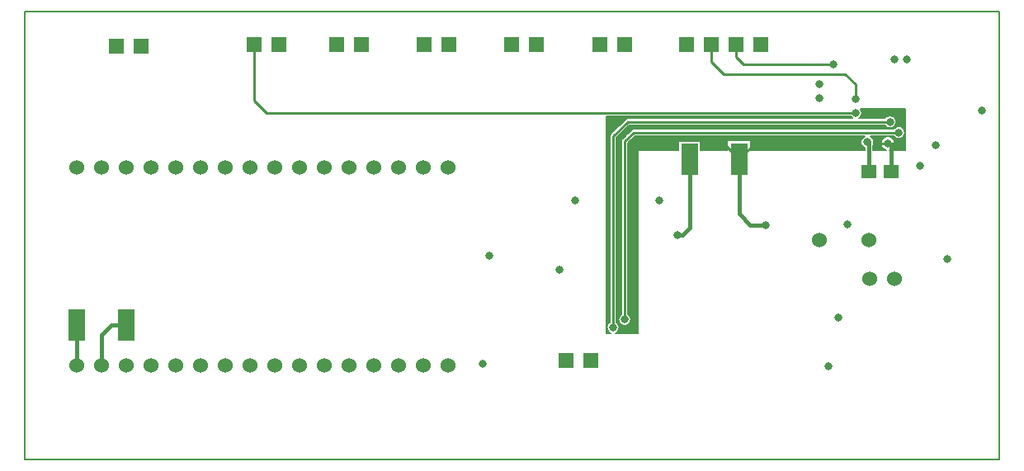
<source format=gbr>
%FSLAX23Y23*%
%MOIN*%
G04 EasyPC Gerber Version 12.0.1 Build 2704 *
%ADD103R,0.07000X0.12600*%
%ADD101R,0.06000X0.06000*%
%ADD12C,0.00500*%
%ADD13C,0.01000*%
%ADD106C,0.01500*%
%ADD105C,0.03189*%
%ADD22C,0.03200*%
%ADD97C,0.06000*%
%ADD98R,0.06000X0.05500*%
X0Y0D02*
D02*
D12*
X3979Y3D02*
X44D01*
Y1811*
X3979*
Y3*
X3537Y1252D02*
X3545Y1256D01*
X3552Y1262*
X3557Y1270*
X3558Y1280*
X3557Y1288*
X3553Y1296*
X3547Y1303*
X3539Y1307*
X3530Y1308*
X3521Y1307*
X3513Y1303*
X3507Y1296*
X3503Y1288*
X3501Y1280*
X3503Y1270*
X3507Y1262*
X3514Y1256*
X3523Y1252*
X3470*
Y1268*
X3473Y1276*
X3474Y1283*
X3473Y1291*
X3470Y1298*
X3464Y1304*
X3458Y1308*
X3552*
X3558Y1303*
X3565Y1299*
X3573Y1297*
X3581Y1299*
X3588Y1302*
X3594Y1308*
X3597Y1315*
X3599Y1323*
X3597Y1331*
X3594Y1338*
X3588Y1344*
X3581Y1347*
X3573Y1348*
X3565Y1347*
X3558Y1343*
X3552Y1337*
X2502*
X2497Y1336*
X2492Y1333*
X2457Y1298*
X2453Y1293*
X2452Y1287*
Y588*
X2447Y582*
X2443Y575*
X2441Y567*
X2443Y558*
X2447Y551*
X2454Y545*
X2462Y542*
X2471*
X2480Y545*
X2486Y551*
X2491Y558*
X2492Y567*
X2491Y575*
X2487Y582*
X2481Y588*
Y1281*
X2508Y1308*
X3437*
X3429Y1304*
X3424Y1297*
X3421Y1289*
X3420Y1280*
X3423Y1271*
X3428Y1264*
X3436Y1259*
Y1252*
X2976*
Y1291*
X2881*
Y1252*
X2773*
Y1288*
X2684*
Y1252*
X2518*
Y512*
X2429*
X2436Y516*
X2441Y522*
X2444Y529*
X2445Y537*
X2444Y544*
X2440Y551*
X2434Y556*
Y1302*
X2484Y1352*
X3517*
X3522Y1346*
X3529Y1342*
X3537Y1341*
X3545Y1342*
X3553Y1346*
X3558Y1351*
X3562Y1358*
X3563Y1366*
X3562Y1374*
X3558Y1381*
X3553Y1387*
X3545Y1391*
X3537Y1392*
X3529Y1390*
X3522Y1387*
X3517Y1381*
X3414*
X3420Y1386*
X3424Y1394*
X3425Y1402*
X3424Y1410*
X3420Y1417*
X3601*
Y1252*
X3537*
X2518Y514D02*
X2433D01*
X2518Y517D02*
X2437D01*
X2518Y520D02*
X2440D01*
X2518Y523D02*
X2442D01*
X2518Y526D02*
X2443D01*
X2518Y529D02*
X2444D01*
X2518Y532D02*
X2445D01*
X2518Y535D02*
X2445D01*
X2518Y538D02*
X2445D01*
X2518Y541D02*
X2444D01*
X2518Y544D02*
X2478D01*
X2456D02*
X2444D01*
X2518Y547D02*
X2483D01*
X2451D02*
X2442D01*
X2518Y550D02*
X2486D01*
X2448D02*
X2441D01*
X2518Y553D02*
X2488D01*
X2446D02*
X2438D01*
X2518Y556D02*
X2490D01*
X2444D02*
X2435D01*
X2518Y559D02*
X2491D01*
X2443D02*
X2434D01*
X2518Y562D02*
X2492D01*
X2442D02*
X2434D01*
X2518Y565D02*
X2492D01*
X2442D02*
X2434D01*
X2518Y568D02*
X2492D01*
X2441D02*
X2434D01*
X2518Y571D02*
X2492D01*
X2442D02*
X2434D01*
X2518Y574D02*
X2491D01*
X2442D02*
X2434D01*
X2518Y577D02*
X2490D01*
X2443D02*
X2434D01*
X2518Y580D02*
X2489D01*
X2445D02*
X2434D01*
X2518Y583D02*
X2487D01*
X2447D02*
X2434D01*
X2518Y586D02*
X2484D01*
X2450D02*
X2434D01*
X2518Y589D02*
X2481D01*
X2452D02*
X2434D01*
X2518Y592D02*
X2481D01*
X2452D02*
X2434D01*
X2518Y595D02*
X2481D01*
X2452D02*
X2434D01*
X2518Y598D02*
X2481D01*
X2452D02*
X2434D01*
X2518Y601D02*
X2481D01*
X2452D02*
X2434D01*
X2518Y604D02*
X2481D01*
X2452D02*
X2434D01*
X2518Y607D02*
X2481D01*
X2452D02*
X2434D01*
X2518Y610D02*
X2481D01*
X2452D02*
X2434D01*
X2518Y613D02*
X2481D01*
X2452D02*
X2434D01*
X2518Y616D02*
X2481D01*
X2452D02*
X2434D01*
X2518Y619D02*
X2481D01*
X2452D02*
X2434D01*
X2518Y622D02*
X2481D01*
X2452D02*
X2434D01*
X2518Y625D02*
X2481D01*
X2452D02*
X2434D01*
X2518Y628D02*
X2481D01*
X2452D02*
X2434D01*
X2518Y631D02*
X2481D01*
X2452D02*
X2434D01*
X2518Y634D02*
X2481D01*
X2452D02*
X2434D01*
X2518Y637D02*
X2481D01*
X2452D02*
X2434D01*
X2518Y640D02*
X2481D01*
X2452D02*
X2434D01*
X2518Y643D02*
X2481D01*
X2452D02*
X2434D01*
X2518Y646D02*
X2481D01*
X2452D02*
X2434D01*
X2518Y649D02*
X2481D01*
X2452D02*
X2434D01*
X2518Y652D02*
X2481D01*
X2452D02*
X2434D01*
X2518Y655D02*
X2481D01*
X2452D02*
X2434D01*
X2518Y658D02*
X2481D01*
X2452D02*
X2434D01*
X2518Y661D02*
X2481D01*
X2452D02*
X2434D01*
X2518Y664D02*
X2481D01*
X2452D02*
X2434D01*
X2518Y667D02*
X2481D01*
X2452D02*
X2434D01*
X2518Y670D02*
X2481D01*
X2452D02*
X2434D01*
X2518Y673D02*
X2481D01*
X2452D02*
X2434D01*
X2518Y676D02*
X2481D01*
X2452D02*
X2434D01*
X2518Y679D02*
X2481D01*
X2452D02*
X2434D01*
X2518Y682D02*
X2481D01*
X2452D02*
X2434D01*
X2518Y685D02*
X2481D01*
X2452D02*
X2434D01*
X2518Y688D02*
X2481D01*
X2452D02*
X2434D01*
X2518Y691D02*
X2481D01*
X2452D02*
X2434D01*
X2518Y694D02*
X2481D01*
X2452D02*
X2434D01*
X2518Y697D02*
X2481D01*
X2452D02*
X2434D01*
X2518Y700D02*
X2481D01*
X2452D02*
X2434D01*
X2518Y703D02*
X2481D01*
X2452D02*
X2434D01*
X2518Y706D02*
X2481D01*
X2452D02*
X2434D01*
X2518Y709D02*
X2481D01*
X2452D02*
X2434D01*
X2518Y712D02*
X2481D01*
X2452D02*
X2434D01*
X2518Y715D02*
X2481D01*
X2452D02*
X2434D01*
X2518Y718D02*
X2481D01*
X2452D02*
X2434D01*
X2518Y721D02*
X2481D01*
X2452D02*
X2434D01*
X2518Y724D02*
X2481D01*
X2452D02*
X2434D01*
X2518Y727D02*
X2481D01*
X2452D02*
X2434D01*
X2518Y730D02*
X2481D01*
X2452D02*
X2434D01*
X2518Y733D02*
X2481D01*
X2452D02*
X2434D01*
X2518Y736D02*
X2481D01*
X2452D02*
X2434D01*
X2518Y739D02*
X2481D01*
X2452D02*
X2434D01*
X2518Y742D02*
X2481D01*
X2452D02*
X2434D01*
X2518Y745D02*
X2481D01*
X2452D02*
X2434D01*
X2518Y748D02*
X2481D01*
X2452D02*
X2434D01*
X2518Y751D02*
X2481D01*
X2452D02*
X2434D01*
X2518Y754D02*
X2481D01*
X2452D02*
X2434D01*
X2518Y757D02*
X2481D01*
X2452D02*
X2434D01*
X2518Y760D02*
X2481D01*
X2452D02*
X2434D01*
X2518Y763D02*
X2481D01*
X2452D02*
X2434D01*
X2518Y766D02*
X2481D01*
X2452D02*
X2434D01*
X2518Y769D02*
X2481D01*
X2452D02*
X2434D01*
X2518Y772D02*
X2481D01*
X2452D02*
X2434D01*
X2518Y775D02*
X2481D01*
X2452D02*
X2434D01*
X2518Y778D02*
X2481D01*
X2452D02*
X2434D01*
X2518Y781D02*
X2481D01*
X2452D02*
X2434D01*
X2518Y784D02*
X2481D01*
X2452D02*
X2434D01*
X2518Y787D02*
X2481D01*
X2452D02*
X2434D01*
X2518Y790D02*
X2481D01*
X2452D02*
X2434D01*
X2518Y793D02*
X2481D01*
X2452D02*
X2434D01*
X2518Y796D02*
X2481D01*
X2452D02*
X2434D01*
X2518Y799D02*
X2481D01*
X2452D02*
X2434D01*
X2518Y802D02*
X2481D01*
X2452D02*
X2434D01*
X2518Y805D02*
X2481D01*
X2452D02*
X2434D01*
X2518Y808D02*
X2481D01*
X2452D02*
X2434D01*
X2518Y811D02*
X2481D01*
X2452D02*
X2434D01*
X2518Y814D02*
X2481D01*
X2452D02*
X2434D01*
X2518Y817D02*
X2481D01*
X2452D02*
X2434D01*
X2518Y820D02*
X2481D01*
X2452D02*
X2434D01*
X2518Y823D02*
X2481D01*
X2452D02*
X2434D01*
X2518Y826D02*
X2481D01*
X2452D02*
X2434D01*
X2518Y829D02*
X2481D01*
X2452D02*
X2434D01*
X2518Y832D02*
X2481D01*
X2452D02*
X2434D01*
X2518Y835D02*
X2481D01*
X2452D02*
X2434D01*
X2518Y838D02*
X2481D01*
X2452D02*
X2434D01*
X2518Y841D02*
X2481D01*
X2452D02*
X2434D01*
X2518Y844D02*
X2481D01*
X2452D02*
X2434D01*
X2518Y847D02*
X2481D01*
X2452D02*
X2434D01*
X2518Y850D02*
X2481D01*
X2452D02*
X2434D01*
X2518Y853D02*
X2481D01*
X2452D02*
X2434D01*
X2518Y856D02*
X2481D01*
X2452D02*
X2434D01*
X2518Y859D02*
X2481D01*
X2452D02*
X2434D01*
X2518Y862D02*
X2481D01*
X2452D02*
X2434D01*
X2518Y865D02*
X2481D01*
X2452D02*
X2434D01*
X2518Y868D02*
X2481D01*
X2452D02*
X2434D01*
X2518Y871D02*
X2481D01*
X2452D02*
X2434D01*
X2518Y874D02*
X2481D01*
X2452D02*
X2434D01*
X2518Y877D02*
X2481D01*
X2452D02*
X2434D01*
X2518Y880D02*
X2481D01*
X2452D02*
X2434D01*
X2518Y883D02*
X2481D01*
X2452D02*
X2434D01*
X2518Y886D02*
X2481D01*
X2452D02*
X2434D01*
X2518Y889D02*
X2481D01*
X2452D02*
X2434D01*
X2518Y892D02*
X2481D01*
X2452D02*
X2434D01*
X2518Y895D02*
X2481D01*
X2452D02*
X2434D01*
X2518Y898D02*
X2481D01*
X2452D02*
X2434D01*
X2518Y901D02*
X2481D01*
X2452D02*
X2434D01*
X2518Y904D02*
X2481D01*
X2452D02*
X2434D01*
X2518Y907D02*
X2481D01*
X2452D02*
X2434D01*
X2518Y910D02*
X2481D01*
X2452D02*
X2434D01*
X2518Y913D02*
X2481D01*
X2452D02*
X2434D01*
X2518Y916D02*
X2481D01*
X2452D02*
X2434D01*
X2518Y919D02*
X2481D01*
X2452D02*
X2434D01*
X2518Y922D02*
X2481D01*
X2452D02*
X2434D01*
X2518Y925D02*
X2481D01*
X2452D02*
X2434D01*
X2518Y928D02*
X2481D01*
X2452D02*
X2434D01*
X2518Y931D02*
X2481D01*
X2452D02*
X2434D01*
X2518Y934D02*
X2481D01*
X2452D02*
X2434D01*
X2518Y937D02*
X2481D01*
X2452D02*
X2434D01*
X2518Y940D02*
X2481D01*
X2452D02*
X2434D01*
X2518Y943D02*
X2481D01*
X2452D02*
X2434D01*
X2518Y946D02*
X2481D01*
X2452D02*
X2434D01*
X2518Y949D02*
X2481D01*
X2452D02*
X2434D01*
X2518Y952D02*
X2481D01*
X2452D02*
X2434D01*
X2518Y955D02*
X2481D01*
X2452D02*
X2434D01*
X2518Y958D02*
X2481D01*
X2452D02*
X2434D01*
X2518Y961D02*
X2481D01*
X2452D02*
X2434D01*
X2518Y964D02*
X2481D01*
X2452D02*
X2434D01*
X2518Y967D02*
X2481D01*
X2452D02*
X2434D01*
X2518Y970D02*
X2481D01*
X2452D02*
X2434D01*
X2518Y973D02*
X2481D01*
X2452D02*
X2434D01*
X2518Y976D02*
X2481D01*
X2452D02*
X2434D01*
X2518Y979D02*
X2481D01*
X2452D02*
X2434D01*
X2518Y982D02*
X2481D01*
X2452D02*
X2434D01*
X2518Y985D02*
X2481D01*
X2452D02*
X2434D01*
X2518Y988D02*
X2481D01*
X2452D02*
X2434D01*
X2518Y991D02*
X2481D01*
X2452D02*
X2434D01*
X2518Y994D02*
X2481D01*
X2452D02*
X2434D01*
X2518Y997D02*
X2481D01*
X2452D02*
X2434D01*
X2518Y1000D02*
X2481D01*
X2452D02*
X2434D01*
X2518Y1003D02*
X2481D01*
X2452D02*
X2434D01*
X2518Y1006D02*
X2481D01*
X2452D02*
X2434D01*
X2518Y1009D02*
X2481D01*
X2452D02*
X2434D01*
X2518Y1012D02*
X2481D01*
X2452D02*
X2434D01*
X2518Y1015D02*
X2481D01*
X2452D02*
X2434D01*
X2518Y1018D02*
X2481D01*
X2452D02*
X2434D01*
X2518Y1021D02*
X2481D01*
X2452D02*
X2434D01*
X2518Y1024D02*
X2481D01*
X2452D02*
X2434D01*
X2518Y1027D02*
X2481D01*
X2452D02*
X2434D01*
X2518Y1030D02*
X2481D01*
X2452D02*
X2434D01*
X2518Y1033D02*
X2481D01*
X2452D02*
X2434D01*
X2518Y1036D02*
X2481D01*
X2452D02*
X2434D01*
X2518Y1039D02*
X2481D01*
X2452D02*
X2434D01*
X2518Y1042D02*
X2481D01*
X2452D02*
X2434D01*
X2518Y1045D02*
X2481D01*
X2452D02*
X2434D01*
X2518Y1048D02*
X2481D01*
X2452D02*
X2434D01*
X2518Y1051D02*
X2481D01*
X2452D02*
X2434D01*
X2518Y1054D02*
X2481D01*
X2452D02*
X2434D01*
X2518Y1057D02*
X2481D01*
X2452D02*
X2434D01*
X2518Y1060D02*
X2481D01*
X2452D02*
X2434D01*
X2518Y1063D02*
X2481D01*
X2452D02*
X2434D01*
X2518Y1066D02*
X2481D01*
X2452D02*
X2434D01*
X2518Y1069D02*
X2481D01*
X2452D02*
X2434D01*
X2518Y1072D02*
X2481D01*
X2452D02*
X2434D01*
X2518Y1075D02*
X2481D01*
X2452D02*
X2434D01*
X2518Y1078D02*
X2481D01*
X2452D02*
X2434D01*
X2518Y1081D02*
X2481D01*
X2452D02*
X2434D01*
X2518Y1084D02*
X2481D01*
X2452D02*
X2434D01*
X2518Y1087D02*
X2481D01*
X2452D02*
X2434D01*
X2518Y1090D02*
X2481D01*
X2452D02*
X2434D01*
X2518Y1093D02*
X2481D01*
X2452D02*
X2434D01*
X2518Y1096D02*
X2481D01*
X2452D02*
X2434D01*
X2518Y1099D02*
X2481D01*
X2452D02*
X2434D01*
X2518Y1102D02*
X2481D01*
X2452D02*
X2434D01*
X2518Y1105D02*
X2481D01*
X2452D02*
X2434D01*
X2518Y1108D02*
X2481D01*
X2452D02*
X2434D01*
X2518Y1111D02*
X2481D01*
X2452D02*
X2434D01*
X2518Y1114D02*
X2481D01*
X2452D02*
X2434D01*
X2518Y1117D02*
X2481D01*
X2452D02*
X2434D01*
X2518Y1120D02*
X2481D01*
X2452D02*
X2434D01*
X2518Y1123D02*
X2481D01*
X2452D02*
X2434D01*
X2518Y1126D02*
X2481D01*
X2452D02*
X2434D01*
X2518Y1129D02*
X2481D01*
X2452D02*
X2434D01*
X2518Y1132D02*
X2481D01*
X2452D02*
X2434D01*
X2518Y1135D02*
X2481D01*
X2452D02*
X2434D01*
X2518Y1138D02*
X2481D01*
X2452D02*
X2434D01*
X2518Y1141D02*
X2481D01*
X2452D02*
X2434D01*
X2518Y1144D02*
X2481D01*
X2452D02*
X2434D01*
X2518Y1147D02*
X2481D01*
X2452D02*
X2434D01*
X2518Y1150D02*
X2481D01*
X2452D02*
X2434D01*
X2518Y1153D02*
X2481D01*
X2452D02*
X2434D01*
X2518Y1156D02*
X2481D01*
X2452D02*
X2434D01*
X2518Y1159D02*
X2481D01*
X2452D02*
X2434D01*
X2518Y1162D02*
X2481D01*
X2452D02*
X2434D01*
X2518Y1165D02*
X2481D01*
X2452D02*
X2434D01*
X2518Y1168D02*
X2481D01*
X2452D02*
X2434D01*
X2518Y1171D02*
X2481D01*
X2452D02*
X2434D01*
X2518Y1174D02*
X2481D01*
X2452D02*
X2434D01*
X2518Y1177D02*
X2481D01*
X2452D02*
X2434D01*
X2518Y1180D02*
X2481D01*
X2452D02*
X2434D01*
X2518Y1183D02*
X2481D01*
X2452D02*
X2434D01*
X2518Y1186D02*
X2481D01*
X2452D02*
X2434D01*
X2518Y1189D02*
X2481D01*
X2452D02*
X2434D01*
X2518Y1192D02*
X2481D01*
X2452D02*
X2434D01*
X2518Y1195D02*
X2481D01*
X2452D02*
X2434D01*
X2518Y1198D02*
X2481D01*
X2452D02*
X2434D01*
X2518Y1201D02*
X2481D01*
X2452D02*
X2434D01*
X2518Y1204D02*
X2481D01*
X2452D02*
X2434D01*
X2518Y1207D02*
X2481D01*
X2452D02*
X2434D01*
X2518Y1210D02*
X2481D01*
X2452D02*
X2434D01*
X2518Y1213D02*
X2481D01*
X2452D02*
X2434D01*
X2518Y1216D02*
X2481D01*
X2452D02*
X2434D01*
X2518Y1219D02*
X2481D01*
X2452D02*
X2434D01*
X2518Y1222D02*
X2481D01*
X2452D02*
X2434D01*
X2518Y1225D02*
X2481D01*
X2452D02*
X2434D01*
X2518Y1228D02*
X2481D01*
X2452D02*
X2434D01*
X2518Y1231D02*
X2481D01*
X2452D02*
X2434D01*
X2518Y1234D02*
X2481D01*
X2452D02*
X2434D01*
X2518Y1237D02*
X2481D01*
X2452D02*
X2434D01*
X2518Y1240D02*
X2481D01*
X2452D02*
X2434D01*
X2518Y1243D02*
X2481D01*
X2452D02*
X2434D01*
X2518Y1246D02*
X2481D01*
X2452D02*
X2434D01*
X2518Y1249D02*
X2481D01*
X2452D02*
X2434D01*
X3601Y1252D02*
X3537D01*
X3523D02*
X3470D01*
X3436D02*
X2976D01*
X2881D02*
X2773D01*
X2684D02*
X2481D01*
X2452D02*
X2434D01*
X3601Y1255D02*
X3544D01*
X3516D02*
X3470D01*
X3436D02*
X2976D01*
X2881D02*
X2773D01*
X2684D02*
X2481D01*
X2452D02*
X2434D01*
X3601Y1258D02*
X3548D01*
X3511D02*
X3470D01*
X3436D02*
X2976D01*
X2881D02*
X2773D01*
X2684D02*
X2481D01*
X2452D02*
X2434D01*
X3601Y1261D02*
X3551D01*
X3508D02*
X3470D01*
X3432D02*
X2976D01*
X2881D02*
X2773D01*
X2684D02*
X2481D01*
X2452D02*
X2434D01*
X3601Y1264D02*
X3554D01*
X3506D02*
X3470D01*
X3428D02*
X2976D01*
X2881D02*
X2773D01*
X2684D02*
X2481D01*
X2452D02*
X2434D01*
X3601Y1267D02*
X3555D01*
X3504D02*
X3470D01*
X3426D02*
X2976D01*
X2881D02*
X2773D01*
X2684D02*
X2481D01*
X2452D02*
X2434D01*
X3601Y1270D02*
X3557D01*
X3503D02*
X3471D01*
X3424D02*
X2976D01*
X2881D02*
X2773D01*
X2684D02*
X2481D01*
X2452D02*
X2434D01*
X3601Y1273D02*
X3558D01*
X3502D02*
X3472D01*
X3422D02*
X2976D01*
X2881D02*
X2773D01*
X2684D02*
X2481D01*
X2452D02*
X2434D01*
X3601Y1276D02*
X3558D01*
X3502D02*
X3473D01*
X3421D02*
X2976D01*
X2881D02*
X2773D01*
X2684D02*
X2481D01*
X2452D02*
X2434D01*
X3601Y1279D02*
X3558D01*
X3501D02*
X3474D01*
X3421D02*
X2976D01*
X2881D02*
X2773D01*
X2684D02*
X2481D01*
X2452D02*
X2434D01*
X3601Y1282D02*
X3558D01*
X3502D02*
X3474D01*
X3420D02*
X2976D01*
X2881D02*
X2773D01*
X2684D02*
X2482D01*
X2452D02*
X2434D01*
X3601Y1285D02*
X3558D01*
X3502D02*
X3474D01*
X3420D02*
X2976D01*
X2881D02*
X2773D01*
X2684D02*
X2485D01*
X2452D02*
X2434D01*
X3601Y1288D02*
X3557D01*
X3503D02*
X3474D01*
X3421D02*
X2976D01*
X2881D02*
X2488D01*
X2452D02*
X2434D01*
X3601Y1291D02*
X3556D01*
X3504D02*
X3473D01*
X3421D02*
X2491D01*
X2453D02*
X2434D01*
X3601Y1294D02*
X3554D01*
X3505D02*
X3472D01*
X3422D02*
X2494D01*
X2454D02*
X2434D01*
X3601Y1297D02*
X3552D01*
X3507D02*
X3471D01*
X3424D02*
X2497D01*
X2456D02*
X2434D01*
X3601Y1300D02*
X3584D01*
X3562D02*
X3550D01*
X3510D02*
X3469D01*
X3426D02*
X2500D01*
X2459D02*
X2434D01*
X3601Y1303D02*
X3589D01*
X3557D02*
X3546D01*
X3514D02*
X3466D01*
X3428D02*
X2503D01*
X2462D02*
X2435D01*
X3601Y1306D02*
X3592D01*
X3554D02*
X3540D01*
X3519D02*
X3462D01*
X3432D02*
X2506D01*
X2465D02*
X2438D01*
X3601Y1309D02*
X3595D01*
X2468D02*
X2441D01*
X3601Y1312D02*
X3596D01*
X2471D02*
X2444D01*
X3601Y1315D02*
X3597D01*
X2474D02*
X2447D01*
X3601Y1318D02*
X3598D01*
X2477D02*
X2450D01*
X3601Y1321D02*
X3599D01*
X2480D02*
X2453D01*
X3601Y1324D02*
X3599D01*
X2483D02*
X2456D01*
X3601Y1327D02*
X3598D01*
X2486D02*
X2459D01*
X3601Y1330D02*
X3598D01*
X2489D02*
X2462D01*
X3601Y1333D02*
X3597D01*
X2492D02*
X2465D01*
X3601Y1336D02*
X3595D01*
X2496D02*
X2468D01*
X3601Y1339D02*
X3593D01*
X3553D02*
X2471D01*
X3601Y1342D02*
X3590D01*
X3556D02*
X3546D01*
X3530D02*
X2474D01*
X3601Y1345D02*
X3586D01*
X3561D02*
X3552D01*
X3524D02*
X2477D01*
X3601Y1348D02*
X3577D01*
X3569D02*
X3556D01*
X3520D02*
X2480D01*
X3601Y1351D02*
X3558D01*
X3517D02*
X2483D01*
X3601Y1354D02*
X3560D01*
X3601Y1357D02*
X3561D01*
X3601Y1360D02*
X3562D01*
X3601Y1363D02*
X3563D01*
X3601Y1366D02*
X3563D01*
X3601Y1369D02*
X3563D01*
X3601Y1372D02*
X3563D01*
X3601Y1375D02*
X3562D01*
X3601Y1378D02*
X3560D01*
X3601Y1381D02*
X3558D01*
X3517D02*
X3415D01*
X3601Y1384D02*
X3556D01*
X3520D02*
X3418D01*
X3601Y1387D02*
X3552D01*
X3523D02*
X3421D01*
X3601Y1390D02*
X3547D01*
X3529D02*
X3423D01*
X3601Y1393D02*
X3424D01*
X3601Y1396D02*
X3425D01*
X3601Y1399D02*
X3425D01*
X3601Y1402D02*
X3425D01*
X3601Y1405D02*
X3425D01*
X3601Y1408D02*
X3425D01*
X3601Y1411D02*
X3424D01*
X3601Y1414D02*
X3422D01*
X3601Y1417D02*
X3420D01*
X2410Y512D02*
X2392D01*
Y1387*
X3379*
X3382Y1384*
X3385Y1381*
X2478*
X2473Y1380*
X2468Y1376*
X2409Y1318*
X2406Y1313*
X2405Y1308*
Y556*
X2399Y551*
X2396Y544*
X2394Y537*
X2395Y529*
X2398Y522*
X2403Y516*
X2410Y512*
X2392*
X2405Y515D02*
X2392D01*
X2401Y518D02*
X2392D01*
X2399Y521D02*
X2392D01*
X2397Y524D02*
X2392D01*
X2396Y527D02*
X2392D01*
X2395Y530D02*
X2392D01*
X2394Y533D02*
X2392D01*
X2394Y536D02*
X2392D01*
X2394Y539D02*
X2392D01*
X2395Y542D02*
X2392D01*
X2396Y545D02*
X2392D01*
X2397Y548D02*
X2392D01*
X2399Y551D02*
X2392D01*
X2402Y554D02*
X2392D01*
X2405Y557D02*
X2392D01*
X2405Y560D02*
X2392D01*
X2405Y563D02*
X2392D01*
X2405Y566D02*
X2392D01*
X2405Y569D02*
X2392D01*
X2405Y572D02*
X2392D01*
X2405Y575D02*
X2392D01*
X2405Y578D02*
X2392D01*
X2405Y581D02*
X2392D01*
X2405Y584D02*
X2392D01*
X2405Y587D02*
X2392D01*
X2405Y590D02*
X2392D01*
X2405Y593D02*
X2392D01*
X2405Y596D02*
X2392D01*
X2405Y599D02*
X2392D01*
X2405Y602D02*
X2392D01*
X2405Y605D02*
X2392D01*
X2405Y608D02*
X2392D01*
X2405Y611D02*
X2392D01*
X2405Y614D02*
X2392D01*
X2405Y617D02*
X2392D01*
X2405Y620D02*
X2392D01*
X2405Y623D02*
X2392D01*
X2405Y626D02*
X2392D01*
X2405Y629D02*
X2392D01*
X2405Y632D02*
X2392D01*
X2405Y635D02*
X2392D01*
X2405Y638D02*
X2392D01*
X2405Y641D02*
X2392D01*
X2405Y644D02*
X2392D01*
X2405Y647D02*
X2392D01*
X2405Y650D02*
X2392D01*
X2405Y653D02*
X2392D01*
X2405Y656D02*
X2392D01*
X2405Y659D02*
X2392D01*
X2405Y662D02*
X2392D01*
X2405Y665D02*
X2392D01*
X2405Y668D02*
X2392D01*
X2405Y671D02*
X2392D01*
X2405Y674D02*
X2392D01*
X2405Y677D02*
X2392D01*
X2405Y680D02*
X2392D01*
X2405Y683D02*
X2392D01*
X2405Y686D02*
X2392D01*
X2405Y689D02*
X2392D01*
X2405Y692D02*
X2392D01*
X2405Y695D02*
X2392D01*
X2405Y698D02*
X2392D01*
X2405Y701D02*
X2392D01*
X2405Y704D02*
X2392D01*
X2405Y707D02*
X2392D01*
X2405Y710D02*
X2392D01*
X2405Y713D02*
X2392D01*
X2405Y716D02*
X2392D01*
X2405Y719D02*
X2392D01*
X2405Y722D02*
X2392D01*
X2405Y725D02*
X2392D01*
X2405Y728D02*
X2392D01*
X2405Y731D02*
X2392D01*
X2405Y734D02*
X2392D01*
X2405Y737D02*
X2392D01*
X2405Y740D02*
X2392D01*
X2405Y743D02*
X2392D01*
X2405Y746D02*
X2392D01*
X2405Y749D02*
X2392D01*
X2405Y752D02*
X2392D01*
X2405Y755D02*
X2392D01*
X2405Y758D02*
X2392D01*
X2405Y761D02*
X2392D01*
X2405Y764D02*
X2392D01*
X2405Y767D02*
X2392D01*
X2405Y770D02*
X2392D01*
X2405Y773D02*
X2392D01*
X2405Y776D02*
X2392D01*
X2405Y779D02*
X2392D01*
X2405Y782D02*
X2392D01*
X2405Y785D02*
X2392D01*
X2405Y788D02*
X2392D01*
X2405Y791D02*
X2392D01*
X2405Y794D02*
X2392D01*
X2405Y797D02*
X2392D01*
X2405Y800D02*
X2392D01*
X2405Y803D02*
X2392D01*
X2405Y806D02*
X2392D01*
X2405Y809D02*
X2392D01*
X2405Y812D02*
X2392D01*
X2405Y815D02*
X2392D01*
X2405Y818D02*
X2392D01*
X2405Y821D02*
X2392D01*
X2405Y824D02*
X2392D01*
X2405Y827D02*
X2392D01*
X2405Y830D02*
X2392D01*
X2405Y833D02*
X2392D01*
X2405Y836D02*
X2392D01*
X2405Y839D02*
X2392D01*
X2405Y842D02*
X2392D01*
X2405Y845D02*
X2392D01*
X2405Y848D02*
X2392D01*
X2405Y851D02*
X2392D01*
X2405Y854D02*
X2392D01*
X2405Y857D02*
X2392D01*
X2405Y860D02*
X2392D01*
X2405Y863D02*
X2392D01*
X2405Y866D02*
X2392D01*
X2405Y869D02*
X2392D01*
X2405Y872D02*
X2392D01*
X2405Y875D02*
X2392D01*
X2405Y878D02*
X2392D01*
X2405Y881D02*
X2392D01*
X2405Y884D02*
X2392D01*
X2405Y887D02*
X2392D01*
X2405Y890D02*
X2392D01*
X2405Y893D02*
X2392D01*
X2405Y896D02*
X2392D01*
X2405Y899D02*
X2392D01*
X2405Y902D02*
X2392D01*
X2405Y905D02*
X2392D01*
X2405Y908D02*
X2392D01*
X2405Y911D02*
X2392D01*
X2405Y914D02*
X2392D01*
X2405Y917D02*
X2392D01*
X2405Y920D02*
X2392D01*
X2405Y923D02*
X2392D01*
X2405Y926D02*
X2392D01*
X2405Y929D02*
X2392D01*
X2405Y932D02*
X2392D01*
X2405Y935D02*
X2392D01*
X2405Y938D02*
X2392D01*
X2405Y941D02*
X2392D01*
X2405Y944D02*
X2392D01*
X2405Y947D02*
X2392D01*
X2405Y950D02*
X2392D01*
X2405Y953D02*
X2392D01*
X2405Y956D02*
X2392D01*
X2405Y959D02*
X2392D01*
X2405Y962D02*
X2392D01*
X2405Y965D02*
X2392D01*
X2405Y968D02*
X2392D01*
X2405Y971D02*
X2392D01*
X2405Y974D02*
X2392D01*
X2405Y977D02*
X2392D01*
X2405Y980D02*
X2392D01*
X2405Y983D02*
X2392D01*
X2405Y986D02*
X2392D01*
X2405Y989D02*
X2392D01*
X2405Y992D02*
X2392D01*
X2405Y995D02*
X2392D01*
X2405Y998D02*
X2392D01*
X2405Y1001D02*
X2392D01*
X2405Y1004D02*
X2392D01*
X2405Y1007D02*
X2392D01*
X2405Y1010D02*
X2392D01*
X2405Y1013D02*
X2392D01*
X2405Y1016D02*
X2392D01*
X2405Y1019D02*
X2392D01*
X2405Y1022D02*
X2392D01*
X2405Y1025D02*
X2392D01*
X2405Y1028D02*
X2392D01*
X2405Y1031D02*
X2392D01*
X2405Y1034D02*
X2392D01*
X2405Y1037D02*
X2392D01*
X2405Y1040D02*
X2392D01*
X2405Y1043D02*
X2392D01*
X2405Y1046D02*
X2392D01*
X2405Y1049D02*
X2392D01*
X2405Y1052D02*
X2392D01*
X2405Y1055D02*
X2392D01*
X2405Y1058D02*
X2392D01*
X2405Y1061D02*
X2392D01*
X2405Y1064D02*
X2392D01*
X2405Y1067D02*
X2392D01*
X2405Y1070D02*
X2392D01*
X2405Y1073D02*
X2392D01*
X2405Y1076D02*
X2392D01*
X2405Y1079D02*
X2392D01*
X2405Y1082D02*
X2392D01*
X2405Y1085D02*
X2392D01*
X2405Y1088D02*
X2392D01*
X2405Y1091D02*
X2392D01*
X2405Y1094D02*
X2392D01*
X2405Y1097D02*
X2392D01*
X2405Y1100D02*
X2392D01*
X2405Y1103D02*
X2392D01*
X2405Y1106D02*
X2392D01*
X2405Y1109D02*
X2392D01*
X2405Y1112D02*
X2392D01*
X2405Y1115D02*
X2392D01*
X2405Y1118D02*
X2392D01*
X2405Y1121D02*
X2392D01*
X2405Y1124D02*
X2392D01*
X2405Y1127D02*
X2392D01*
X2405Y1130D02*
X2392D01*
X2405Y1133D02*
X2392D01*
X2405Y1136D02*
X2392D01*
X2405Y1139D02*
X2392D01*
X2405Y1142D02*
X2392D01*
X2405Y1145D02*
X2392D01*
X2405Y1148D02*
X2392D01*
X2405Y1151D02*
X2392D01*
X2405Y1154D02*
X2392D01*
X2405Y1157D02*
X2392D01*
X2405Y1160D02*
X2392D01*
X2405Y1163D02*
X2392D01*
X2405Y1166D02*
X2392D01*
X2405Y1169D02*
X2392D01*
X2405Y1172D02*
X2392D01*
X2405Y1175D02*
X2392D01*
X2405Y1178D02*
X2392D01*
X2405Y1181D02*
X2392D01*
X2405Y1184D02*
X2392D01*
X2405Y1187D02*
X2392D01*
X2405Y1190D02*
X2392D01*
X2405Y1193D02*
X2392D01*
X2405Y1196D02*
X2392D01*
X2405Y1199D02*
X2392D01*
X2405Y1202D02*
X2392D01*
X2405Y1205D02*
X2392D01*
X2405Y1208D02*
X2392D01*
X2405Y1211D02*
X2392D01*
X2405Y1214D02*
X2392D01*
X2405Y1217D02*
X2392D01*
X2405Y1220D02*
X2392D01*
X2405Y1223D02*
X2392D01*
X2405Y1226D02*
X2392D01*
X2405Y1229D02*
X2392D01*
X2405Y1232D02*
X2392D01*
X2405Y1235D02*
X2392D01*
X2405Y1238D02*
X2392D01*
X2405Y1241D02*
X2392D01*
X2405Y1244D02*
X2392D01*
X2405Y1247D02*
X2392D01*
X2405Y1250D02*
X2392D01*
X2405Y1253D02*
X2392D01*
X2405Y1256D02*
X2392D01*
X2405Y1259D02*
X2392D01*
X2405Y1262D02*
X2392D01*
X2405Y1265D02*
X2392D01*
X2405Y1268D02*
X2392D01*
X2405Y1271D02*
X2392D01*
X2405Y1274D02*
X2392D01*
X2405Y1277D02*
X2392D01*
X2405Y1280D02*
X2392D01*
X2405Y1283D02*
X2392D01*
X2405Y1286D02*
X2392D01*
X2405Y1289D02*
X2392D01*
X2405Y1292D02*
X2392D01*
X2405Y1295D02*
X2392D01*
X2405Y1298D02*
X2392D01*
X2405Y1301D02*
X2392D01*
X2405Y1304D02*
X2392D01*
X2405Y1307D02*
X2392D01*
X2405Y1310D02*
X2392D01*
X2406Y1313D02*
X2392D01*
X2408Y1316D02*
X2392D01*
X2410Y1319D02*
X2392D01*
X2413Y1322D02*
X2392D01*
X2416Y1325D02*
X2392D01*
X2419Y1328D02*
X2392D01*
X2422Y1331D02*
X2392D01*
X2425Y1334D02*
X2392D01*
X2428Y1337D02*
X2392D01*
X2431Y1340D02*
X2392D01*
X2434Y1343D02*
X2392D01*
X2437Y1346D02*
X2392D01*
X2440Y1349D02*
X2392D01*
X2443Y1352D02*
X2392D01*
X2446Y1355D02*
X2392D01*
X2449Y1358D02*
X2392D01*
X2452Y1361D02*
X2392D01*
X2455Y1364D02*
X2392D01*
X2458Y1367D02*
X2392D01*
X2461Y1370D02*
X2392D01*
X2464Y1373D02*
X2392D01*
X2467Y1376D02*
X2392D01*
X2471Y1379D02*
X2392D01*
X3384Y1382D02*
X2392D01*
X3381Y1385D02*
X2392D01*
D02*
D13*
X3573Y1323D02*
X2502D01*
X2467Y1287*
Y567*
X3541Y1280D02*
X3561D01*
X3538Y1366D02*
X2478D01*
X2420Y1308*
Y536*
X3519Y1280D02*
X3499D01*
X3400Y1402D02*
X1019D01*
X968Y1452*
Y1678*
X3400Y1457D02*
Y1517D01*
X3357Y1560*
X2865*
X2815Y1610*
Y1678*
X3311Y1599D02*
X2946D01*
X2915Y1630*
Y1678*
X2960Y1247D02*
X2978Y1265D01*
X2897Y1247D02*
X2878Y1265D01*
D02*
D22*
X3910Y1413D03*
X3290Y380D03*
X2203Y768D03*
D02*
D97*
X3557Y733D03*
X3457D03*
X3452Y890D03*
X3252D03*
X1753Y382D03*
Y1182D03*
X1653Y382D03*
Y1182D03*
X1553Y382D03*
Y1182D03*
X1453Y382D03*
Y1182D03*
X1353Y382D03*
Y1182D03*
X1252Y382D03*
Y1182D03*
X1153Y382D03*
Y1182D03*
X1053Y382D03*
Y1182D03*
X953Y382D03*
Y1182D03*
X853Y382D03*
Y1182D03*
X753Y382D03*
Y1182D03*
X653Y382D03*
Y1182D03*
X553Y382D03*
Y1182D03*
X453Y382D03*
Y1182D03*
X353Y382D03*
Y1182D03*
X253Y382D03*
Y1182D03*
D02*
D98*
X3543Y1166D03*
X3453D03*
D02*
D101*
X3015Y1678D03*
X2915D03*
X2815D03*
X2715D03*
X2466D03*
X2366D03*
X2331Y403D03*
X2231D03*
X2111Y1678D03*
X2011D03*
X1757D03*
X1657D03*
X1403D03*
X1303D03*
X1068D03*
X968D03*
X512Y1673D03*
X412D03*
D02*
D103*
X2928Y1215D03*
X2728D03*
X453Y546D03*
X253D03*
D02*
D105*
X3768Y812D03*
X3723Y1272D03*
X3660Y1189D03*
X3606Y1619D03*
X3573Y1323D03*
X3557Y1618D03*
X3538Y1366D03*
X3530Y1280D03*
X3447Y1284D03*
X3400Y1402D03*
Y1457D03*
X3365Y953D03*
X3330Y575D03*
X3311Y1599D03*
X3252Y1461D03*
Y1520D03*
X3035Y949D03*
X2681Y910D03*
X2607Y1048D03*
X2467Y567D03*
X2420Y536D03*
X2267Y1048D03*
X1918Y826D03*
X1893Y388D03*
D02*
D106*
X3543Y1166D02*
Y1271D01*
X3534Y1280*
X3530*
X3453Y1166D02*
Y1284D01*
X3447*
X2928Y1215D02*
Y994D01*
X2973Y949*
X3035*
X2728Y1215D02*
Y940D01*
X2698Y910*
X2681*
X453Y546D02*
X394D01*
X353Y505*
Y382*
X253Y546D02*
Y382D01*
X253*
X0Y0D02*
M02*

</source>
